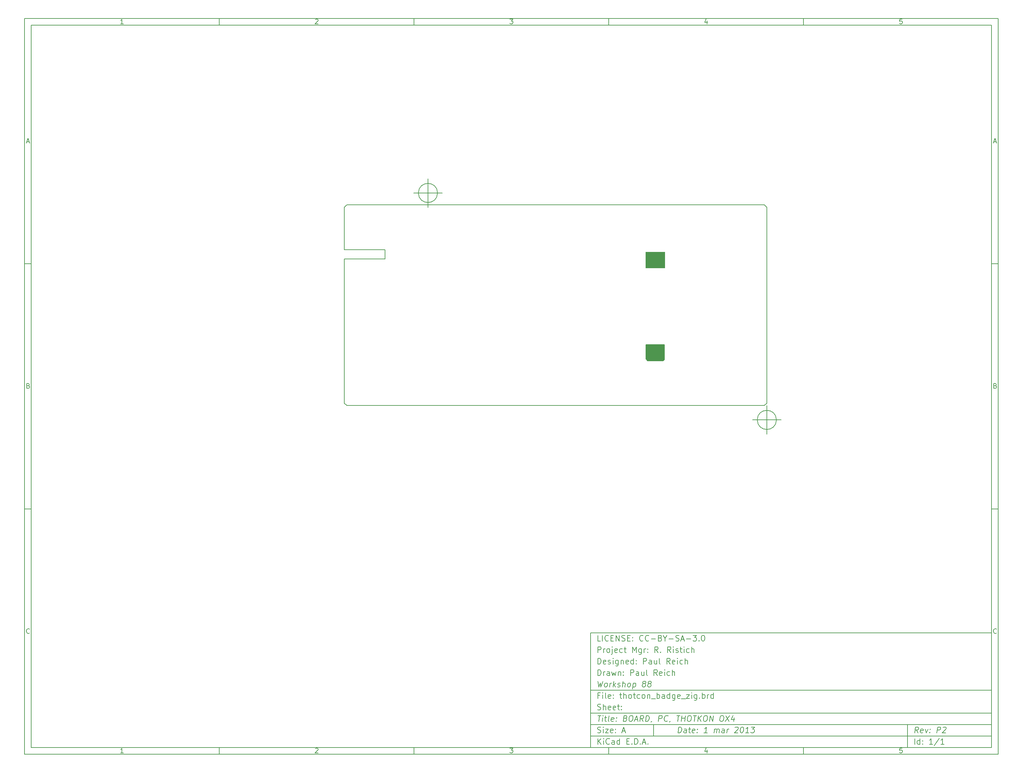
<source format=gbp>
G04 (created by PCBNEW (2012-11-15 BZR 3804)-stable) date Fri 01 Mar 2013 04:47:19 CST*
%MOIN*%
G04 Gerber Fmt 3.4, Leading zero omitted, Abs format*
%FSLAX34Y34*%
G01*
G70*
G90*
G04 APERTURE LIST*
%ADD10C,0.006*%
%ADD11C,0.00590551*%
%ADD12R,0.178X0.088*%
%ADD13C,0.002*%
%ADD14C,0.005*%
G04 APERTURE END LIST*
G54D10*
X-38750Y36250D02*
X63250Y36250D01*
X63250Y-40750D01*
X-38750Y-40750D01*
X-38750Y36250D01*
X-38050Y35550D02*
X62550Y35550D01*
X62550Y-40050D01*
X-38050Y-40050D01*
X-38050Y35550D01*
X-18350Y36250D02*
X-18350Y35550D01*
X-28407Y35697D02*
X-28692Y35697D01*
X-28550Y35697D02*
X-28550Y36197D01*
X-28597Y36126D01*
X-28645Y36078D01*
X-28692Y36054D01*
X-18350Y-40750D02*
X-18350Y-40050D01*
X-28407Y-40602D02*
X-28692Y-40602D01*
X-28550Y-40602D02*
X-28550Y-40102D01*
X-28597Y-40173D01*
X-28645Y-40221D01*
X-28692Y-40245D01*
X2050Y36250D02*
X2050Y35550D01*
X-8292Y36150D02*
X-8269Y36173D01*
X-8221Y36197D01*
X-8102Y36197D01*
X-8054Y36173D01*
X-8030Y36150D01*
X-8007Y36102D01*
X-8007Y36054D01*
X-8030Y35983D01*
X-8316Y35697D01*
X-8007Y35697D01*
X2050Y-40750D02*
X2050Y-40050D01*
X-8292Y-40150D02*
X-8269Y-40126D01*
X-8221Y-40102D01*
X-8102Y-40102D01*
X-8054Y-40126D01*
X-8030Y-40150D01*
X-8007Y-40197D01*
X-8007Y-40245D01*
X-8030Y-40316D01*
X-8316Y-40602D01*
X-8007Y-40602D01*
X22450Y36250D02*
X22450Y35550D01*
X12083Y36197D02*
X12392Y36197D01*
X12226Y36007D01*
X12297Y36007D01*
X12345Y35983D01*
X12369Y35959D01*
X12392Y35911D01*
X12392Y35792D01*
X12369Y35745D01*
X12345Y35721D01*
X12297Y35697D01*
X12154Y35697D01*
X12107Y35721D01*
X12083Y35745D01*
X22450Y-40750D02*
X22450Y-40050D01*
X12083Y-40102D02*
X12392Y-40102D01*
X12226Y-40292D01*
X12297Y-40292D01*
X12345Y-40316D01*
X12369Y-40340D01*
X12392Y-40388D01*
X12392Y-40507D01*
X12369Y-40554D01*
X12345Y-40578D01*
X12297Y-40602D01*
X12154Y-40602D01*
X12107Y-40578D01*
X12083Y-40554D01*
X42850Y36250D02*
X42850Y35550D01*
X32745Y36030D02*
X32745Y35697D01*
X32626Y36221D02*
X32507Y35864D01*
X32816Y35864D01*
X42850Y-40750D02*
X42850Y-40050D01*
X32745Y-40269D02*
X32745Y-40602D01*
X32626Y-40078D02*
X32507Y-40435D01*
X32816Y-40435D01*
X53169Y36197D02*
X52930Y36197D01*
X52907Y35959D01*
X52930Y35983D01*
X52978Y36007D01*
X53097Y36007D01*
X53145Y35983D01*
X53169Y35959D01*
X53192Y35911D01*
X53192Y35792D01*
X53169Y35745D01*
X53145Y35721D01*
X53097Y35697D01*
X52978Y35697D01*
X52930Y35721D01*
X52907Y35745D01*
X53169Y-40102D02*
X52930Y-40102D01*
X52907Y-40340D01*
X52930Y-40316D01*
X52978Y-40292D01*
X53097Y-40292D01*
X53145Y-40316D01*
X53169Y-40340D01*
X53192Y-40388D01*
X53192Y-40507D01*
X53169Y-40554D01*
X53145Y-40578D01*
X53097Y-40602D01*
X52978Y-40602D01*
X52930Y-40578D01*
X52907Y-40554D01*
X-38750Y10590D02*
X-38050Y10590D01*
X-38519Y23360D02*
X-38280Y23360D01*
X-38566Y23217D02*
X-38399Y23717D01*
X-38233Y23217D01*
X63250Y10590D02*
X62550Y10590D01*
X62780Y23360D02*
X63019Y23360D01*
X62733Y23217D02*
X62900Y23717D01*
X63066Y23217D01*
X-38750Y-15070D02*
X-38050Y-15070D01*
X-38364Y-2180D02*
X-38292Y-2204D01*
X-38269Y-2228D01*
X-38245Y-2275D01*
X-38245Y-2347D01*
X-38269Y-2394D01*
X-38292Y-2418D01*
X-38340Y-2442D01*
X-38530Y-2442D01*
X-38530Y-1942D01*
X-38364Y-1942D01*
X-38316Y-1966D01*
X-38292Y-1990D01*
X-38269Y-2037D01*
X-38269Y-2085D01*
X-38292Y-2132D01*
X-38316Y-2156D01*
X-38364Y-2180D01*
X-38530Y-2180D01*
X63250Y-15070D02*
X62550Y-15070D01*
X62935Y-2180D02*
X63007Y-2204D01*
X63030Y-2228D01*
X63054Y-2275D01*
X63054Y-2347D01*
X63030Y-2394D01*
X63007Y-2418D01*
X62959Y-2442D01*
X62769Y-2442D01*
X62769Y-1942D01*
X62935Y-1942D01*
X62983Y-1966D01*
X63007Y-1990D01*
X63030Y-2037D01*
X63030Y-2085D01*
X63007Y-2132D01*
X62983Y-2156D01*
X62935Y-2180D01*
X62769Y-2180D01*
X-38245Y-28054D02*
X-38269Y-28078D01*
X-38340Y-28102D01*
X-38388Y-28102D01*
X-38459Y-28078D01*
X-38507Y-28030D01*
X-38530Y-27983D01*
X-38554Y-27888D01*
X-38554Y-27816D01*
X-38530Y-27721D01*
X-38507Y-27673D01*
X-38459Y-27626D01*
X-38388Y-27602D01*
X-38340Y-27602D01*
X-38269Y-27626D01*
X-38245Y-27650D01*
X63054Y-28054D02*
X63030Y-28078D01*
X62959Y-28102D01*
X62911Y-28102D01*
X62840Y-28078D01*
X62792Y-28030D01*
X62769Y-27983D01*
X62745Y-27888D01*
X62745Y-27816D01*
X62769Y-27721D01*
X62792Y-27673D01*
X62840Y-27626D01*
X62911Y-27602D01*
X62959Y-27602D01*
X63030Y-27626D01*
X63054Y-27650D01*
X29700Y-38492D02*
X29775Y-37892D01*
X29917Y-37892D01*
X30000Y-37921D01*
X30050Y-37978D01*
X30071Y-38035D01*
X30085Y-38150D01*
X30075Y-38235D01*
X30032Y-38350D01*
X29996Y-38407D01*
X29932Y-38464D01*
X29842Y-38492D01*
X29700Y-38492D01*
X30557Y-38492D02*
X30596Y-38178D01*
X30575Y-38121D01*
X30521Y-38092D01*
X30407Y-38092D01*
X30346Y-38121D01*
X30560Y-38464D02*
X30500Y-38492D01*
X30357Y-38492D01*
X30303Y-38464D01*
X30282Y-38407D01*
X30289Y-38350D01*
X30325Y-38292D01*
X30385Y-38264D01*
X30528Y-38264D01*
X30589Y-38235D01*
X30807Y-38092D02*
X31035Y-38092D01*
X30917Y-37892D02*
X30853Y-38407D01*
X30875Y-38464D01*
X30928Y-38492D01*
X30985Y-38492D01*
X31417Y-38464D02*
X31357Y-38492D01*
X31242Y-38492D01*
X31189Y-38464D01*
X31167Y-38407D01*
X31196Y-38178D01*
X31232Y-38121D01*
X31292Y-38092D01*
X31407Y-38092D01*
X31460Y-38121D01*
X31482Y-38178D01*
X31475Y-38235D01*
X31182Y-38292D01*
X31707Y-38435D02*
X31732Y-38464D01*
X31700Y-38492D01*
X31675Y-38464D01*
X31707Y-38435D01*
X31700Y-38492D01*
X31746Y-38121D02*
X31771Y-38150D01*
X31739Y-38178D01*
X31714Y-38150D01*
X31746Y-38121D01*
X31739Y-38178D01*
X32757Y-38492D02*
X32414Y-38492D01*
X32585Y-38492D02*
X32660Y-37892D01*
X32592Y-37978D01*
X32528Y-38035D01*
X32467Y-38064D01*
X33471Y-38492D02*
X33521Y-38092D01*
X33514Y-38150D02*
X33546Y-38121D01*
X33607Y-38092D01*
X33692Y-38092D01*
X33746Y-38121D01*
X33767Y-38178D01*
X33728Y-38492D01*
X33767Y-38178D02*
X33803Y-38121D01*
X33864Y-38092D01*
X33950Y-38092D01*
X34003Y-38121D01*
X34025Y-38178D01*
X33985Y-38492D01*
X34528Y-38492D02*
X34567Y-38178D01*
X34546Y-38121D01*
X34492Y-38092D01*
X34378Y-38092D01*
X34317Y-38121D01*
X34532Y-38464D02*
X34471Y-38492D01*
X34328Y-38492D01*
X34275Y-38464D01*
X34253Y-38407D01*
X34260Y-38350D01*
X34296Y-38292D01*
X34357Y-38264D01*
X34500Y-38264D01*
X34560Y-38235D01*
X34814Y-38492D02*
X34864Y-38092D01*
X34850Y-38207D02*
X34885Y-38150D01*
X34917Y-38121D01*
X34978Y-38092D01*
X35035Y-38092D01*
X35682Y-37950D02*
X35714Y-37921D01*
X35775Y-37892D01*
X35917Y-37892D01*
X35971Y-37921D01*
X35996Y-37950D01*
X36017Y-38007D01*
X36010Y-38064D01*
X35971Y-38150D01*
X35585Y-38492D01*
X35957Y-38492D01*
X36403Y-37892D02*
X36460Y-37892D01*
X36514Y-37921D01*
X36539Y-37950D01*
X36560Y-38007D01*
X36575Y-38121D01*
X36557Y-38264D01*
X36514Y-38378D01*
X36478Y-38435D01*
X36446Y-38464D01*
X36385Y-38492D01*
X36328Y-38492D01*
X36275Y-38464D01*
X36250Y-38435D01*
X36228Y-38378D01*
X36214Y-38264D01*
X36232Y-38121D01*
X36275Y-38007D01*
X36310Y-37950D01*
X36342Y-37921D01*
X36403Y-37892D01*
X37100Y-38492D02*
X36757Y-38492D01*
X36928Y-38492D02*
X37003Y-37892D01*
X36935Y-37978D01*
X36871Y-38035D01*
X36810Y-38064D01*
X37375Y-37892D02*
X37746Y-37892D01*
X37517Y-38121D01*
X37603Y-38121D01*
X37657Y-38150D01*
X37682Y-38178D01*
X37703Y-38235D01*
X37685Y-38378D01*
X37650Y-38435D01*
X37617Y-38464D01*
X37557Y-38492D01*
X37385Y-38492D01*
X37332Y-38464D01*
X37307Y-38435D01*
X21292Y-39692D02*
X21292Y-39092D01*
X21635Y-39692D02*
X21378Y-39350D01*
X21635Y-39092D02*
X21292Y-39435D01*
X21892Y-39692D02*
X21892Y-39292D01*
X21892Y-39092D02*
X21864Y-39121D01*
X21892Y-39150D01*
X21921Y-39121D01*
X21892Y-39092D01*
X21892Y-39150D01*
X22521Y-39635D02*
X22492Y-39664D01*
X22407Y-39692D01*
X22350Y-39692D01*
X22264Y-39664D01*
X22207Y-39607D01*
X22178Y-39550D01*
X22150Y-39435D01*
X22150Y-39350D01*
X22178Y-39235D01*
X22207Y-39178D01*
X22264Y-39121D01*
X22350Y-39092D01*
X22407Y-39092D01*
X22492Y-39121D01*
X22521Y-39150D01*
X23035Y-39692D02*
X23035Y-39378D01*
X23007Y-39321D01*
X22950Y-39292D01*
X22835Y-39292D01*
X22778Y-39321D01*
X23035Y-39664D02*
X22978Y-39692D01*
X22835Y-39692D01*
X22778Y-39664D01*
X22750Y-39607D01*
X22750Y-39550D01*
X22778Y-39492D01*
X22835Y-39464D01*
X22978Y-39464D01*
X23035Y-39435D01*
X23578Y-39692D02*
X23578Y-39092D01*
X23578Y-39664D02*
X23521Y-39692D01*
X23407Y-39692D01*
X23350Y-39664D01*
X23321Y-39635D01*
X23292Y-39578D01*
X23292Y-39407D01*
X23321Y-39350D01*
X23350Y-39321D01*
X23407Y-39292D01*
X23521Y-39292D01*
X23578Y-39321D01*
X24321Y-39378D02*
X24521Y-39378D01*
X24607Y-39692D02*
X24321Y-39692D01*
X24321Y-39092D01*
X24607Y-39092D01*
X24864Y-39635D02*
X24892Y-39664D01*
X24864Y-39692D01*
X24835Y-39664D01*
X24864Y-39635D01*
X24864Y-39692D01*
X25149Y-39692D02*
X25149Y-39092D01*
X25292Y-39092D01*
X25378Y-39121D01*
X25435Y-39178D01*
X25464Y-39235D01*
X25492Y-39350D01*
X25492Y-39435D01*
X25464Y-39550D01*
X25435Y-39607D01*
X25378Y-39664D01*
X25292Y-39692D01*
X25149Y-39692D01*
X25749Y-39635D02*
X25778Y-39664D01*
X25749Y-39692D01*
X25721Y-39664D01*
X25749Y-39635D01*
X25749Y-39692D01*
X26007Y-39521D02*
X26292Y-39521D01*
X25949Y-39692D02*
X26149Y-39092D01*
X26349Y-39692D01*
X26549Y-39635D02*
X26578Y-39664D01*
X26549Y-39692D01*
X26521Y-39664D01*
X26549Y-39635D01*
X26549Y-39692D01*
X54842Y-38492D02*
X54678Y-38207D01*
X54500Y-38492D02*
X54575Y-37892D01*
X54803Y-37892D01*
X54857Y-37921D01*
X54882Y-37950D01*
X54903Y-38007D01*
X54892Y-38092D01*
X54857Y-38150D01*
X54825Y-38178D01*
X54764Y-38207D01*
X54535Y-38207D01*
X55332Y-38464D02*
X55271Y-38492D01*
X55157Y-38492D01*
X55103Y-38464D01*
X55082Y-38407D01*
X55110Y-38178D01*
X55146Y-38121D01*
X55207Y-38092D01*
X55321Y-38092D01*
X55375Y-38121D01*
X55396Y-38178D01*
X55389Y-38235D01*
X55096Y-38292D01*
X55607Y-38092D02*
X55700Y-38492D01*
X55892Y-38092D01*
X56078Y-38435D02*
X56103Y-38464D01*
X56071Y-38492D01*
X56046Y-38464D01*
X56078Y-38435D01*
X56071Y-38492D01*
X56117Y-38121D02*
X56142Y-38150D01*
X56110Y-38178D01*
X56085Y-38150D01*
X56117Y-38121D01*
X56110Y-38178D01*
X56814Y-38492D02*
X56889Y-37892D01*
X57117Y-37892D01*
X57171Y-37921D01*
X57196Y-37950D01*
X57217Y-38007D01*
X57207Y-38092D01*
X57171Y-38150D01*
X57139Y-38178D01*
X57078Y-38207D01*
X56850Y-38207D01*
X57453Y-37950D02*
X57485Y-37921D01*
X57546Y-37892D01*
X57689Y-37892D01*
X57742Y-37921D01*
X57767Y-37950D01*
X57789Y-38007D01*
X57782Y-38064D01*
X57742Y-38150D01*
X57357Y-38492D01*
X57728Y-38492D01*
X21264Y-38464D02*
X21350Y-38492D01*
X21492Y-38492D01*
X21550Y-38464D01*
X21578Y-38435D01*
X21607Y-38378D01*
X21607Y-38321D01*
X21578Y-38264D01*
X21550Y-38235D01*
X21492Y-38207D01*
X21378Y-38178D01*
X21321Y-38150D01*
X21292Y-38121D01*
X21264Y-38064D01*
X21264Y-38007D01*
X21292Y-37950D01*
X21321Y-37921D01*
X21378Y-37892D01*
X21521Y-37892D01*
X21607Y-37921D01*
X21864Y-38492D02*
X21864Y-38092D01*
X21864Y-37892D02*
X21835Y-37921D01*
X21864Y-37950D01*
X21892Y-37921D01*
X21864Y-37892D01*
X21864Y-37950D01*
X22092Y-38092D02*
X22407Y-38092D01*
X22092Y-38492D01*
X22407Y-38492D01*
X22864Y-38464D02*
X22807Y-38492D01*
X22692Y-38492D01*
X22635Y-38464D01*
X22607Y-38407D01*
X22607Y-38178D01*
X22635Y-38121D01*
X22692Y-38092D01*
X22807Y-38092D01*
X22864Y-38121D01*
X22892Y-38178D01*
X22892Y-38235D01*
X22607Y-38292D01*
X23150Y-38435D02*
X23178Y-38464D01*
X23150Y-38492D01*
X23121Y-38464D01*
X23150Y-38435D01*
X23150Y-38492D01*
X23150Y-38121D02*
X23178Y-38150D01*
X23150Y-38178D01*
X23121Y-38150D01*
X23150Y-38121D01*
X23150Y-38178D01*
X23864Y-38321D02*
X24150Y-38321D01*
X23807Y-38492D02*
X24007Y-37892D01*
X24207Y-38492D01*
X54492Y-39692D02*
X54492Y-39092D01*
X55035Y-39692D02*
X55035Y-39092D01*
X55035Y-39664D02*
X54978Y-39692D01*
X54864Y-39692D01*
X54807Y-39664D01*
X54778Y-39635D01*
X54750Y-39578D01*
X54750Y-39407D01*
X54778Y-39350D01*
X54807Y-39321D01*
X54864Y-39292D01*
X54978Y-39292D01*
X55035Y-39321D01*
X55321Y-39635D02*
X55350Y-39664D01*
X55321Y-39692D01*
X55292Y-39664D01*
X55321Y-39635D01*
X55321Y-39692D01*
X55321Y-39321D02*
X55350Y-39350D01*
X55321Y-39378D01*
X55292Y-39350D01*
X55321Y-39321D01*
X55321Y-39378D01*
X56378Y-39692D02*
X56035Y-39692D01*
X56207Y-39692D02*
X56207Y-39092D01*
X56149Y-39178D01*
X56092Y-39235D01*
X56035Y-39264D01*
X57064Y-39064D02*
X56550Y-39835D01*
X57578Y-39692D02*
X57235Y-39692D01*
X57407Y-39692D02*
X57407Y-39092D01*
X57349Y-39178D01*
X57292Y-39235D01*
X57235Y-39264D01*
X21289Y-36692D02*
X21632Y-36692D01*
X21385Y-37292D02*
X21460Y-36692D01*
X21757Y-37292D02*
X21807Y-36892D01*
X21832Y-36692D02*
X21800Y-36721D01*
X21825Y-36750D01*
X21857Y-36721D01*
X21832Y-36692D01*
X21825Y-36750D01*
X22007Y-36892D02*
X22235Y-36892D01*
X22117Y-36692D02*
X22053Y-37207D01*
X22075Y-37264D01*
X22128Y-37292D01*
X22185Y-37292D01*
X22471Y-37292D02*
X22417Y-37264D01*
X22396Y-37207D01*
X22460Y-36692D01*
X22932Y-37264D02*
X22871Y-37292D01*
X22757Y-37292D01*
X22703Y-37264D01*
X22682Y-37207D01*
X22710Y-36978D01*
X22746Y-36921D01*
X22807Y-36892D01*
X22921Y-36892D01*
X22975Y-36921D01*
X22996Y-36978D01*
X22989Y-37035D01*
X22696Y-37092D01*
X23221Y-37235D02*
X23246Y-37264D01*
X23214Y-37292D01*
X23189Y-37264D01*
X23221Y-37235D01*
X23214Y-37292D01*
X23260Y-36921D02*
X23285Y-36950D01*
X23253Y-36978D01*
X23228Y-36950D01*
X23260Y-36921D01*
X23253Y-36978D01*
X24196Y-36978D02*
X24278Y-37007D01*
X24303Y-37035D01*
X24325Y-37092D01*
X24314Y-37178D01*
X24278Y-37235D01*
X24246Y-37264D01*
X24185Y-37292D01*
X23957Y-37292D01*
X24032Y-36692D01*
X24232Y-36692D01*
X24285Y-36721D01*
X24310Y-36750D01*
X24332Y-36807D01*
X24325Y-36864D01*
X24289Y-36921D01*
X24257Y-36950D01*
X24196Y-36978D01*
X23996Y-36978D01*
X24746Y-36692D02*
X24860Y-36692D01*
X24914Y-36721D01*
X24964Y-36778D01*
X24978Y-36892D01*
X24953Y-37092D01*
X24910Y-37207D01*
X24846Y-37264D01*
X24785Y-37292D01*
X24671Y-37292D01*
X24617Y-37264D01*
X24567Y-37207D01*
X24553Y-37092D01*
X24578Y-36892D01*
X24621Y-36778D01*
X24685Y-36721D01*
X24746Y-36692D01*
X25178Y-37121D02*
X25464Y-37121D01*
X25100Y-37292D02*
X25375Y-36692D01*
X25500Y-37292D01*
X26042Y-37292D02*
X25878Y-37007D01*
X25700Y-37292D02*
X25775Y-36692D01*
X26003Y-36692D01*
X26057Y-36721D01*
X26082Y-36750D01*
X26103Y-36807D01*
X26092Y-36892D01*
X26057Y-36950D01*
X26025Y-36978D01*
X25964Y-37007D01*
X25735Y-37007D01*
X26300Y-37292D02*
X26375Y-36692D01*
X26517Y-36692D01*
X26600Y-36721D01*
X26650Y-36778D01*
X26671Y-36835D01*
X26685Y-36950D01*
X26675Y-37035D01*
X26632Y-37150D01*
X26596Y-37207D01*
X26532Y-37264D01*
X26442Y-37292D01*
X26300Y-37292D01*
X26932Y-37264D02*
X26928Y-37292D01*
X26892Y-37350D01*
X26860Y-37378D01*
X27642Y-37292D02*
X27717Y-36692D01*
X27946Y-36692D01*
X27999Y-36721D01*
X28025Y-36750D01*
X28046Y-36807D01*
X28035Y-36892D01*
X28000Y-36950D01*
X27967Y-36978D01*
X27907Y-37007D01*
X27678Y-37007D01*
X28592Y-37235D02*
X28560Y-37264D01*
X28471Y-37292D01*
X28414Y-37292D01*
X28332Y-37264D01*
X28282Y-37207D01*
X28260Y-37150D01*
X28246Y-37035D01*
X28257Y-36950D01*
X28300Y-36835D01*
X28335Y-36778D01*
X28399Y-36721D01*
X28489Y-36692D01*
X28546Y-36692D01*
X28628Y-36721D01*
X28653Y-36750D01*
X28875Y-37264D02*
X28871Y-37292D01*
X28835Y-37350D01*
X28803Y-37378D01*
X29575Y-36692D02*
X29917Y-36692D01*
X29671Y-37292D02*
X29746Y-36692D01*
X30042Y-37292D02*
X30117Y-36692D01*
X30082Y-36978D02*
X30425Y-36978D01*
X30385Y-37292D02*
X30460Y-36692D01*
X30860Y-36692D02*
X30975Y-36692D01*
X31028Y-36721D01*
X31078Y-36778D01*
X31092Y-36892D01*
X31067Y-37092D01*
X31024Y-37207D01*
X30960Y-37264D01*
X30900Y-37292D01*
X30785Y-37292D01*
X30732Y-37264D01*
X30682Y-37207D01*
X30667Y-37092D01*
X30692Y-36892D01*
X30735Y-36778D01*
X30799Y-36721D01*
X30860Y-36692D01*
X31289Y-36692D02*
X31632Y-36692D01*
X31385Y-37292D02*
X31460Y-36692D01*
X31757Y-37292D02*
X31832Y-36692D01*
X32099Y-37292D02*
X31885Y-36950D01*
X32174Y-36692D02*
X31789Y-37035D01*
X32546Y-36692D02*
X32660Y-36692D01*
X32714Y-36721D01*
X32764Y-36778D01*
X32778Y-36892D01*
X32753Y-37092D01*
X32710Y-37207D01*
X32646Y-37264D01*
X32585Y-37292D01*
X32471Y-37292D01*
X32417Y-37264D01*
X32367Y-37207D01*
X32353Y-37092D01*
X32378Y-36892D01*
X32421Y-36778D01*
X32485Y-36721D01*
X32546Y-36692D01*
X32985Y-37292D02*
X33060Y-36692D01*
X33328Y-37292D01*
X33403Y-36692D01*
X34260Y-36692D02*
X34374Y-36692D01*
X34428Y-36721D01*
X34478Y-36778D01*
X34492Y-36892D01*
X34467Y-37092D01*
X34424Y-37207D01*
X34360Y-37264D01*
X34299Y-37292D01*
X34185Y-37292D01*
X34132Y-37264D01*
X34082Y-37207D01*
X34067Y-37092D01*
X34092Y-36892D01*
X34135Y-36778D01*
X34199Y-36721D01*
X34260Y-36692D01*
X34717Y-36692D02*
X35042Y-37292D01*
X35117Y-36692D02*
X34642Y-37292D01*
X35578Y-36892D02*
X35528Y-37292D01*
X35464Y-36664D02*
X35267Y-37092D01*
X35639Y-37092D01*
X21492Y-34578D02*
X21292Y-34578D01*
X21292Y-34892D02*
X21292Y-34292D01*
X21578Y-34292D01*
X21807Y-34892D02*
X21807Y-34492D01*
X21807Y-34292D02*
X21778Y-34321D01*
X21807Y-34350D01*
X21835Y-34321D01*
X21807Y-34292D01*
X21807Y-34350D01*
X22178Y-34892D02*
X22121Y-34864D01*
X22092Y-34807D01*
X22092Y-34292D01*
X22635Y-34864D02*
X22578Y-34892D01*
X22464Y-34892D01*
X22407Y-34864D01*
X22378Y-34807D01*
X22378Y-34578D01*
X22407Y-34521D01*
X22464Y-34492D01*
X22578Y-34492D01*
X22635Y-34521D01*
X22664Y-34578D01*
X22664Y-34635D01*
X22378Y-34692D01*
X22921Y-34835D02*
X22950Y-34864D01*
X22921Y-34892D01*
X22892Y-34864D01*
X22921Y-34835D01*
X22921Y-34892D01*
X22921Y-34521D02*
X22950Y-34550D01*
X22921Y-34578D01*
X22892Y-34550D01*
X22921Y-34521D01*
X22921Y-34578D01*
X23578Y-34492D02*
X23807Y-34492D01*
X23664Y-34292D02*
X23664Y-34807D01*
X23692Y-34864D01*
X23750Y-34892D01*
X23807Y-34892D01*
X24007Y-34892D02*
X24007Y-34292D01*
X24264Y-34892D02*
X24264Y-34578D01*
X24235Y-34521D01*
X24178Y-34492D01*
X24092Y-34492D01*
X24035Y-34521D01*
X24007Y-34550D01*
X24635Y-34892D02*
X24578Y-34864D01*
X24550Y-34835D01*
X24521Y-34778D01*
X24521Y-34607D01*
X24550Y-34550D01*
X24578Y-34521D01*
X24635Y-34492D01*
X24721Y-34492D01*
X24778Y-34521D01*
X24807Y-34550D01*
X24835Y-34607D01*
X24835Y-34778D01*
X24807Y-34835D01*
X24778Y-34864D01*
X24721Y-34892D01*
X24635Y-34892D01*
X25007Y-34492D02*
X25235Y-34492D01*
X25092Y-34292D02*
X25092Y-34807D01*
X25121Y-34864D01*
X25178Y-34892D01*
X25235Y-34892D01*
X25692Y-34864D02*
X25635Y-34892D01*
X25521Y-34892D01*
X25464Y-34864D01*
X25435Y-34835D01*
X25407Y-34778D01*
X25407Y-34607D01*
X25435Y-34550D01*
X25464Y-34521D01*
X25521Y-34492D01*
X25635Y-34492D01*
X25692Y-34521D01*
X26035Y-34892D02*
X25978Y-34864D01*
X25950Y-34835D01*
X25921Y-34778D01*
X25921Y-34607D01*
X25950Y-34550D01*
X25978Y-34521D01*
X26035Y-34492D01*
X26121Y-34492D01*
X26178Y-34521D01*
X26207Y-34550D01*
X26235Y-34607D01*
X26235Y-34778D01*
X26207Y-34835D01*
X26178Y-34864D01*
X26121Y-34892D01*
X26035Y-34892D01*
X26492Y-34492D02*
X26492Y-34892D01*
X26492Y-34550D02*
X26521Y-34521D01*
X26578Y-34492D01*
X26664Y-34492D01*
X26721Y-34521D01*
X26750Y-34578D01*
X26750Y-34892D01*
X26892Y-34950D02*
X27350Y-34950D01*
X27492Y-34892D02*
X27492Y-34292D01*
X27492Y-34521D02*
X27550Y-34492D01*
X27664Y-34492D01*
X27721Y-34521D01*
X27750Y-34550D01*
X27778Y-34607D01*
X27778Y-34778D01*
X27750Y-34835D01*
X27721Y-34864D01*
X27664Y-34892D01*
X27550Y-34892D01*
X27492Y-34864D01*
X28292Y-34892D02*
X28292Y-34578D01*
X28264Y-34521D01*
X28207Y-34492D01*
X28092Y-34492D01*
X28035Y-34521D01*
X28292Y-34864D02*
X28235Y-34892D01*
X28092Y-34892D01*
X28035Y-34864D01*
X28007Y-34807D01*
X28007Y-34750D01*
X28035Y-34692D01*
X28092Y-34664D01*
X28235Y-34664D01*
X28292Y-34635D01*
X28835Y-34892D02*
X28835Y-34292D01*
X28835Y-34864D02*
X28778Y-34892D01*
X28664Y-34892D01*
X28607Y-34864D01*
X28578Y-34835D01*
X28550Y-34778D01*
X28550Y-34607D01*
X28578Y-34550D01*
X28607Y-34521D01*
X28664Y-34492D01*
X28778Y-34492D01*
X28835Y-34521D01*
X29378Y-34492D02*
X29378Y-34978D01*
X29350Y-35035D01*
X29321Y-35064D01*
X29264Y-35092D01*
X29178Y-35092D01*
X29121Y-35064D01*
X29378Y-34864D02*
X29321Y-34892D01*
X29207Y-34892D01*
X29150Y-34864D01*
X29121Y-34835D01*
X29092Y-34778D01*
X29092Y-34607D01*
X29121Y-34550D01*
X29150Y-34521D01*
X29207Y-34492D01*
X29321Y-34492D01*
X29378Y-34521D01*
X29892Y-34864D02*
X29835Y-34892D01*
X29721Y-34892D01*
X29664Y-34864D01*
X29635Y-34807D01*
X29635Y-34578D01*
X29664Y-34521D01*
X29721Y-34492D01*
X29835Y-34492D01*
X29892Y-34521D01*
X29921Y-34578D01*
X29921Y-34635D01*
X29635Y-34692D01*
X30035Y-34950D02*
X30492Y-34950D01*
X30578Y-34492D02*
X30892Y-34492D01*
X30578Y-34892D01*
X30892Y-34892D01*
X31121Y-34892D02*
X31121Y-34492D01*
X31121Y-34292D02*
X31092Y-34321D01*
X31121Y-34350D01*
X31150Y-34321D01*
X31121Y-34292D01*
X31121Y-34350D01*
X31664Y-34492D02*
X31664Y-34978D01*
X31635Y-35035D01*
X31607Y-35064D01*
X31549Y-35092D01*
X31464Y-35092D01*
X31407Y-35064D01*
X31664Y-34864D02*
X31607Y-34892D01*
X31492Y-34892D01*
X31435Y-34864D01*
X31407Y-34835D01*
X31378Y-34778D01*
X31378Y-34607D01*
X31407Y-34550D01*
X31435Y-34521D01*
X31492Y-34492D01*
X31607Y-34492D01*
X31664Y-34521D01*
X31949Y-34835D02*
X31978Y-34864D01*
X31949Y-34892D01*
X31921Y-34864D01*
X31949Y-34835D01*
X31949Y-34892D01*
X32235Y-34892D02*
X32235Y-34292D01*
X32235Y-34521D02*
X32292Y-34492D01*
X32407Y-34492D01*
X32464Y-34521D01*
X32492Y-34550D01*
X32521Y-34607D01*
X32521Y-34778D01*
X32492Y-34835D01*
X32464Y-34864D01*
X32407Y-34892D01*
X32292Y-34892D01*
X32235Y-34864D01*
X32778Y-34892D02*
X32778Y-34492D01*
X32778Y-34607D02*
X32807Y-34550D01*
X32835Y-34521D01*
X32892Y-34492D01*
X32949Y-34492D01*
X33407Y-34892D02*
X33407Y-34292D01*
X33407Y-34864D02*
X33349Y-34892D01*
X33235Y-34892D01*
X33178Y-34864D01*
X33149Y-34835D01*
X33121Y-34778D01*
X33121Y-34607D01*
X33149Y-34550D01*
X33178Y-34521D01*
X33235Y-34492D01*
X33349Y-34492D01*
X33407Y-34521D01*
X21264Y-36064D02*
X21350Y-36092D01*
X21492Y-36092D01*
X21550Y-36064D01*
X21578Y-36035D01*
X21607Y-35978D01*
X21607Y-35921D01*
X21578Y-35864D01*
X21550Y-35835D01*
X21492Y-35807D01*
X21378Y-35778D01*
X21321Y-35750D01*
X21292Y-35721D01*
X21264Y-35664D01*
X21264Y-35607D01*
X21292Y-35550D01*
X21321Y-35521D01*
X21378Y-35492D01*
X21521Y-35492D01*
X21607Y-35521D01*
X21864Y-36092D02*
X21864Y-35492D01*
X22121Y-36092D02*
X22121Y-35778D01*
X22092Y-35721D01*
X22035Y-35692D01*
X21950Y-35692D01*
X21892Y-35721D01*
X21864Y-35750D01*
X22635Y-36064D02*
X22578Y-36092D01*
X22464Y-36092D01*
X22407Y-36064D01*
X22378Y-36007D01*
X22378Y-35778D01*
X22407Y-35721D01*
X22464Y-35692D01*
X22578Y-35692D01*
X22635Y-35721D01*
X22664Y-35778D01*
X22664Y-35835D01*
X22378Y-35892D01*
X23150Y-36064D02*
X23092Y-36092D01*
X22978Y-36092D01*
X22921Y-36064D01*
X22892Y-36007D01*
X22892Y-35778D01*
X22921Y-35721D01*
X22978Y-35692D01*
X23092Y-35692D01*
X23150Y-35721D01*
X23178Y-35778D01*
X23178Y-35835D01*
X22892Y-35892D01*
X23350Y-35692D02*
X23578Y-35692D01*
X23435Y-35492D02*
X23435Y-36007D01*
X23464Y-36064D01*
X23521Y-36092D01*
X23578Y-36092D01*
X23778Y-36035D02*
X23807Y-36064D01*
X23778Y-36092D01*
X23750Y-36064D01*
X23778Y-36035D01*
X23778Y-36092D01*
X23778Y-35721D02*
X23807Y-35750D01*
X23778Y-35778D01*
X23750Y-35750D01*
X23778Y-35721D01*
X23778Y-35778D01*
X21317Y-33092D02*
X21385Y-33692D01*
X21553Y-33264D01*
X21614Y-33692D01*
X21832Y-33092D01*
X22071Y-33692D02*
X22017Y-33664D01*
X21992Y-33635D01*
X21971Y-33578D01*
X21992Y-33407D01*
X22028Y-33350D01*
X22060Y-33321D01*
X22121Y-33292D01*
X22207Y-33292D01*
X22260Y-33321D01*
X22285Y-33350D01*
X22307Y-33407D01*
X22285Y-33578D01*
X22250Y-33635D01*
X22217Y-33664D01*
X22157Y-33692D01*
X22071Y-33692D01*
X22528Y-33692D02*
X22578Y-33292D01*
X22564Y-33407D02*
X22600Y-33350D01*
X22632Y-33321D01*
X22692Y-33292D01*
X22750Y-33292D01*
X22900Y-33692D02*
X22975Y-33092D01*
X22985Y-33464D02*
X23128Y-33692D01*
X23178Y-33292D02*
X22921Y-33521D01*
X23360Y-33664D02*
X23414Y-33692D01*
X23528Y-33692D01*
X23589Y-33664D01*
X23625Y-33607D01*
X23628Y-33578D01*
X23607Y-33521D01*
X23553Y-33492D01*
X23467Y-33492D01*
X23414Y-33464D01*
X23392Y-33407D01*
X23396Y-33378D01*
X23432Y-33321D01*
X23492Y-33292D01*
X23578Y-33292D01*
X23632Y-33321D01*
X23871Y-33692D02*
X23946Y-33092D01*
X24128Y-33692D02*
X24167Y-33378D01*
X24146Y-33321D01*
X24092Y-33292D01*
X24007Y-33292D01*
X23946Y-33321D01*
X23914Y-33350D01*
X24499Y-33692D02*
X24446Y-33664D01*
X24421Y-33635D01*
X24400Y-33578D01*
X24421Y-33407D01*
X24457Y-33350D01*
X24489Y-33321D01*
X24549Y-33292D01*
X24635Y-33292D01*
X24689Y-33321D01*
X24714Y-33350D01*
X24735Y-33407D01*
X24714Y-33578D01*
X24678Y-33635D01*
X24646Y-33664D01*
X24585Y-33692D01*
X24499Y-33692D01*
X25007Y-33292D02*
X24932Y-33892D01*
X25003Y-33321D02*
X25064Y-33292D01*
X25178Y-33292D01*
X25232Y-33321D01*
X25257Y-33350D01*
X25278Y-33407D01*
X25257Y-33578D01*
X25221Y-33635D01*
X25189Y-33664D01*
X25128Y-33692D01*
X25014Y-33692D01*
X24960Y-33664D01*
X26085Y-33350D02*
X26032Y-33321D01*
X26007Y-33292D01*
X25985Y-33235D01*
X25989Y-33207D01*
X26024Y-33150D01*
X26057Y-33121D01*
X26117Y-33092D01*
X26232Y-33092D01*
X26285Y-33121D01*
X26310Y-33150D01*
X26332Y-33207D01*
X26328Y-33235D01*
X26292Y-33292D01*
X26260Y-33321D01*
X26199Y-33350D01*
X26085Y-33350D01*
X26025Y-33378D01*
X25992Y-33407D01*
X25957Y-33464D01*
X25942Y-33578D01*
X25964Y-33635D01*
X25989Y-33664D01*
X26042Y-33692D01*
X26157Y-33692D01*
X26217Y-33664D01*
X26249Y-33635D01*
X26285Y-33578D01*
X26299Y-33464D01*
X26278Y-33407D01*
X26253Y-33378D01*
X26199Y-33350D01*
X26657Y-33350D02*
X26603Y-33321D01*
X26578Y-33292D01*
X26557Y-33235D01*
X26560Y-33207D01*
X26596Y-33150D01*
X26628Y-33121D01*
X26689Y-33092D01*
X26803Y-33092D01*
X26857Y-33121D01*
X26882Y-33150D01*
X26903Y-33207D01*
X26900Y-33235D01*
X26864Y-33292D01*
X26832Y-33321D01*
X26771Y-33350D01*
X26657Y-33350D01*
X26596Y-33378D01*
X26564Y-33407D01*
X26528Y-33464D01*
X26514Y-33578D01*
X26535Y-33635D01*
X26560Y-33664D01*
X26614Y-33692D01*
X26728Y-33692D01*
X26789Y-33664D01*
X26821Y-33635D01*
X26857Y-33578D01*
X26871Y-33464D01*
X26849Y-33407D01*
X26825Y-33378D01*
X26771Y-33350D01*
X21292Y-32492D02*
X21292Y-31892D01*
X21435Y-31892D01*
X21521Y-31921D01*
X21578Y-31978D01*
X21607Y-32035D01*
X21635Y-32150D01*
X21635Y-32235D01*
X21607Y-32350D01*
X21578Y-32407D01*
X21521Y-32464D01*
X21435Y-32492D01*
X21292Y-32492D01*
X21892Y-32492D02*
X21892Y-32092D01*
X21892Y-32207D02*
X21921Y-32150D01*
X21950Y-32121D01*
X22007Y-32092D01*
X22064Y-32092D01*
X22521Y-32492D02*
X22521Y-32178D01*
X22492Y-32121D01*
X22435Y-32092D01*
X22321Y-32092D01*
X22264Y-32121D01*
X22521Y-32464D02*
X22464Y-32492D01*
X22321Y-32492D01*
X22264Y-32464D01*
X22235Y-32407D01*
X22235Y-32350D01*
X22264Y-32292D01*
X22321Y-32264D01*
X22464Y-32264D01*
X22521Y-32235D01*
X22750Y-32092D02*
X22864Y-32492D01*
X22978Y-32207D01*
X23092Y-32492D01*
X23207Y-32092D01*
X23435Y-32092D02*
X23435Y-32492D01*
X23435Y-32150D02*
X23464Y-32121D01*
X23521Y-32092D01*
X23607Y-32092D01*
X23664Y-32121D01*
X23692Y-32178D01*
X23692Y-32492D01*
X23978Y-32435D02*
X24007Y-32464D01*
X23978Y-32492D01*
X23950Y-32464D01*
X23978Y-32435D01*
X23978Y-32492D01*
X23978Y-32121D02*
X24007Y-32150D01*
X23978Y-32178D01*
X23950Y-32150D01*
X23978Y-32121D01*
X23978Y-32178D01*
X24721Y-32492D02*
X24721Y-31892D01*
X24950Y-31892D01*
X25007Y-31921D01*
X25035Y-31950D01*
X25064Y-32007D01*
X25064Y-32092D01*
X25035Y-32150D01*
X25007Y-32178D01*
X24950Y-32207D01*
X24721Y-32207D01*
X25578Y-32492D02*
X25578Y-32178D01*
X25550Y-32121D01*
X25492Y-32092D01*
X25378Y-32092D01*
X25321Y-32121D01*
X25578Y-32464D02*
X25521Y-32492D01*
X25378Y-32492D01*
X25321Y-32464D01*
X25292Y-32407D01*
X25292Y-32350D01*
X25321Y-32292D01*
X25378Y-32264D01*
X25521Y-32264D01*
X25578Y-32235D01*
X26121Y-32092D02*
X26121Y-32492D01*
X25864Y-32092D02*
X25864Y-32407D01*
X25892Y-32464D01*
X25949Y-32492D01*
X26035Y-32492D01*
X26092Y-32464D01*
X26121Y-32435D01*
X26492Y-32492D02*
X26435Y-32464D01*
X26407Y-32407D01*
X26407Y-31892D01*
X27521Y-32492D02*
X27321Y-32207D01*
X27178Y-32492D02*
X27178Y-31892D01*
X27407Y-31892D01*
X27464Y-31921D01*
X27492Y-31950D01*
X27521Y-32007D01*
X27521Y-32092D01*
X27492Y-32150D01*
X27464Y-32178D01*
X27407Y-32207D01*
X27178Y-32207D01*
X28007Y-32464D02*
X27950Y-32492D01*
X27835Y-32492D01*
X27778Y-32464D01*
X27750Y-32407D01*
X27750Y-32178D01*
X27778Y-32121D01*
X27835Y-32092D01*
X27950Y-32092D01*
X28007Y-32121D01*
X28035Y-32178D01*
X28035Y-32235D01*
X27750Y-32292D01*
X28292Y-32492D02*
X28292Y-32092D01*
X28292Y-31892D02*
X28264Y-31921D01*
X28292Y-31950D01*
X28321Y-31921D01*
X28292Y-31892D01*
X28292Y-31950D01*
X28835Y-32464D02*
X28778Y-32492D01*
X28664Y-32492D01*
X28607Y-32464D01*
X28578Y-32435D01*
X28550Y-32378D01*
X28550Y-32207D01*
X28578Y-32150D01*
X28607Y-32121D01*
X28664Y-32092D01*
X28778Y-32092D01*
X28835Y-32121D01*
X29092Y-32492D02*
X29092Y-31892D01*
X29350Y-32492D02*
X29350Y-32178D01*
X29321Y-32121D01*
X29264Y-32092D01*
X29178Y-32092D01*
X29121Y-32121D01*
X29092Y-32150D01*
X21292Y-31292D02*
X21292Y-30692D01*
X21435Y-30692D01*
X21521Y-30721D01*
X21578Y-30778D01*
X21607Y-30835D01*
X21635Y-30950D01*
X21635Y-31035D01*
X21607Y-31150D01*
X21578Y-31207D01*
X21521Y-31264D01*
X21435Y-31292D01*
X21292Y-31292D01*
X22121Y-31264D02*
X22064Y-31292D01*
X21950Y-31292D01*
X21892Y-31264D01*
X21864Y-31207D01*
X21864Y-30978D01*
X21892Y-30921D01*
X21950Y-30892D01*
X22064Y-30892D01*
X22121Y-30921D01*
X22150Y-30978D01*
X22150Y-31035D01*
X21864Y-31092D01*
X22378Y-31264D02*
X22435Y-31292D01*
X22550Y-31292D01*
X22607Y-31264D01*
X22635Y-31207D01*
X22635Y-31178D01*
X22607Y-31121D01*
X22550Y-31092D01*
X22464Y-31092D01*
X22407Y-31064D01*
X22378Y-31007D01*
X22378Y-30978D01*
X22407Y-30921D01*
X22464Y-30892D01*
X22550Y-30892D01*
X22607Y-30921D01*
X22892Y-31292D02*
X22892Y-30892D01*
X22892Y-30692D02*
X22864Y-30721D01*
X22892Y-30750D01*
X22921Y-30721D01*
X22892Y-30692D01*
X22892Y-30750D01*
X23435Y-30892D02*
X23435Y-31378D01*
X23407Y-31435D01*
X23378Y-31464D01*
X23321Y-31492D01*
X23235Y-31492D01*
X23178Y-31464D01*
X23435Y-31264D02*
X23378Y-31292D01*
X23264Y-31292D01*
X23207Y-31264D01*
X23178Y-31235D01*
X23150Y-31178D01*
X23150Y-31007D01*
X23178Y-30950D01*
X23207Y-30921D01*
X23264Y-30892D01*
X23378Y-30892D01*
X23435Y-30921D01*
X23721Y-30892D02*
X23721Y-31292D01*
X23721Y-30950D02*
X23750Y-30921D01*
X23807Y-30892D01*
X23892Y-30892D01*
X23950Y-30921D01*
X23978Y-30978D01*
X23978Y-31292D01*
X24492Y-31264D02*
X24435Y-31292D01*
X24321Y-31292D01*
X24264Y-31264D01*
X24235Y-31207D01*
X24235Y-30978D01*
X24264Y-30921D01*
X24321Y-30892D01*
X24435Y-30892D01*
X24492Y-30921D01*
X24521Y-30978D01*
X24521Y-31035D01*
X24235Y-31092D01*
X25035Y-31292D02*
X25035Y-30692D01*
X25035Y-31264D02*
X24978Y-31292D01*
X24864Y-31292D01*
X24807Y-31264D01*
X24778Y-31235D01*
X24750Y-31178D01*
X24750Y-31007D01*
X24778Y-30950D01*
X24807Y-30921D01*
X24864Y-30892D01*
X24978Y-30892D01*
X25035Y-30921D01*
X25321Y-31235D02*
X25350Y-31264D01*
X25321Y-31292D01*
X25292Y-31264D01*
X25321Y-31235D01*
X25321Y-31292D01*
X25321Y-30921D02*
X25350Y-30950D01*
X25321Y-30978D01*
X25292Y-30950D01*
X25321Y-30921D01*
X25321Y-30978D01*
X26064Y-31292D02*
X26064Y-30692D01*
X26292Y-30692D01*
X26349Y-30721D01*
X26378Y-30750D01*
X26407Y-30807D01*
X26407Y-30892D01*
X26378Y-30950D01*
X26349Y-30978D01*
X26292Y-31007D01*
X26064Y-31007D01*
X26921Y-31292D02*
X26921Y-30978D01*
X26892Y-30921D01*
X26835Y-30892D01*
X26721Y-30892D01*
X26664Y-30921D01*
X26921Y-31264D02*
X26864Y-31292D01*
X26721Y-31292D01*
X26664Y-31264D01*
X26635Y-31207D01*
X26635Y-31150D01*
X26664Y-31092D01*
X26721Y-31064D01*
X26864Y-31064D01*
X26921Y-31035D01*
X27464Y-30892D02*
X27464Y-31292D01*
X27207Y-30892D02*
X27207Y-31207D01*
X27235Y-31264D01*
X27292Y-31292D01*
X27378Y-31292D01*
X27435Y-31264D01*
X27464Y-31235D01*
X27835Y-31292D02*
X27778Y-31264D01*
X27749Y-31207D01*
X27749Y-30692D01*
X28864Y-31292D02*
X28664Y-31007D01*
X28521Y-31292D02*
X28521Y-30692D01*
X28750Y-30692D01*
X28807Y-30721D01*
X28835Y-30750D01*
X28864Y-30807D01*
X28864Y-30892D01*
X28835Y-30950D01*
X28807Y-30978D01*
X28750Y-31007D01*
X28521Y-31007D01*
X29350Y-31264D02*
X29292Y-31292D01*
X29178Y-31292D01*
X29121Y-31264D01*
X29092Y-31207D01*
X29092Y-30978D01*
X29121Y-30921D01*
X29178Y-30892D01*
X29292Y-30892D01*
X29350Y-30921D01*
X29378Y-30978D01*
X29378Y-31035D01*
X29092Y-31092D01*
X29635Y-31292D02*
X29635Y-30892D01*
X29635Y-30692D02*
X29607Y-30721D01*
X29635Y-30750D01*
X29664Y-30721D01*
X29635Y-30692D01*
X29635Y-30750D01*
X30178Y-31264D02*
X30121Y-31292D01*
X30007Y-31292D01*
X29950Y-31264D01*
X29921Y-31235D01*
X29892Y-31178D01*
X29892Y-31007D01*
X29921Y-30950D01*
X29950Y-30921D01*
X30007Y-30892D01*
X30121Y-30892D01*
X30178Y-30921D01*
X30435Y-31292D02*
X30435Y-30692D01*
X30692Y-31292D02*
X30692Y-30978D01*
X30664Y-30921D01*
X30607Y-30892D01*
X30521Y-30892D01*
X30464Y-30921D01*
X30435Y-30950D01*
X21292Y-30092D02*
X21292Y-29492D01*
X21521Y-29492D01*
X21578Y-29521D01*
X21607Y-29550D01*
X21635Y-29607D01*
X21635Y-29692D01*
X21607Y-29750D01*
X21578Y-29778D01*
X21521Y-29807D01*
X21292Y-29807D01*
X21892Y-30092D02*
X21892Y-29692D01*
X21892Y-29807D02*
X21921Y-29750D01*
X21950Y-29721D01*
X22007Y-29692D01*
X22064Y-29692D01*
X22350Y-30092D02*
X22292Y-30064D01*
X22264Y-30035D01*
X22235Y-29978D01*
X22235Y-29807D01*
X22264Y-29750D01*
X22292Y-29721D01*
X22350Y-29692D01*
X22435Y-29692D01*
X22492Y-29721D01*
X22521Y-29750D01*
X22550Y-29807D01*
X22550Y-29978D01*
X22521Y-30035D01*
X22492Y-30064D01*
X22435Y-30092D01*
X22350Y-30092D01*
X22807Y-29692D02*
X22807Y-30207D01*
X22778Y-30264D01*
X22721Y-30292D01*
X22692Y-30292D01*
X22807Y-29492D02*
X22778Y-29521D01*
X22807Y-29550D01*
X22835Y-29521D01*
X22807Y-29492D01*
X22807Y-29550D01*
X23321Y-30064D02*
X23264Y-30092D01*
X23150Y-30092D01*
X23092Y-30064D01*
X23064Y-30007D01*
X23064Y-29778D01*
X23092Y-29721D01*
X23150Y-29692D01*
X23264Y-29692D01*
X23321Y-29721D01*
X23350Y-29778D01*
X23350Y-29835D01*
X23064Y-29892D01*
X23864Y-30064D02*
X23807Y-30092D01*
X23692Y-30092D01*
X23635Y-30064D01*
X23607Y-30035D01*
X23578Y-29978D01*
X23578Y-29807D01*
X23607Y-29750D01*
X23635Y-29721D01*
X23692Y-29692D01*
X23807Y-29692D01*
X23864Y-29721D01*
X24035Y-29692D02*
X24264Y-29692D01*
X24121Y-29492D02*
X24121Y-30007D01*
X24150Y-30064D01*
X24207Y-30092D01*
X24264Y-30092D01*
X24921Y-30092D02*
X24921Y-29492D01*
X25121Y-29921D01*
X25321Y-29492D01*
X25321Y-30092D01*
X25864Y-29692D02*
X25864Y-30178D01*
X25835Y-30235D01*
X25807Y-30264D01*
X25750Y-30292D01*
X25664Y-30292D01*
X25607Y-30264D01*
X25864Y-30064D02*
X25807Y-30092D01*
X25692Y-30092D01*
X25635Y-30064D01*
X25607Y-30035D01*
X25578Y-29978D01*
X25578Y-29807D01*
X25607Y-29750D01*
X25635Y-29721D01*
X25692Y-29692D01*
X25807Y-29692D01*
X25864Y-29721D01*
X26150Y-30092D02*
X26150Y-29692D01*
X26150Y-29807D02*
X26178Y-29750D01*
X26207Y-29721D01*
X26264Y-29692D01*
X26321Y-29692D01*
X26521Y-30035D02*
X26550Y-30064D01*
X26521Y-30092D01*
X26492Y-30064D01*
X26521Y-30035D01*
X26521Y-30092D01*
X26521Y-29721D02*
X26550Y-29750D01*
X26521Y-29778D01*
X26492Y-29750D01*
X26521Y-29721D01*
X26521Y-29778D01*
X27607Y-30092D02*
X27407Y-29807D01*
X27264Y-30092D02*
X27264Y-29492D01*
X27492Y-29492D01*
X27550Y-29521D01*
X27578Y-29550D01*
X27607Y-29607D01*
X27607Y-29692D01*
X27578Y-29750D01*
X27550Y-29778D01*
X27492Y-29807D01*
X27264Y-29807D01*
X27864Y-30035D02*
X27892Y-30064D01*
X27864Y-30092D01*
X27835Y-30064D01*
X27864Y-30035D01*
X27864Y-30092D01*
X28950Y-30092D02*
X28750Y-29807D01*
X28607Y-30092D02*
X28607Y-29492D01*
X28835Y-29492D01*
X28892Y-29521D01*
X28921Y-29550D01*
X28950Y-29607D01*
X28950Y-29692D01*
X28921Y-29750D01*
X28892Y-29778D01*
X28835Y-29807D01*
X28607Y-29807D01*
X29207Y-30092D02*
X29207Y-29692D01*
X29207Y-29492D02*
X29178Y-29521D01*
X29207Y-29550D01*
X29235Y-29521D01*
X29207Y-29492D01*
X29207Y-29550D01*
X29464Y-30064D02*
X29521Y-30092D01*
X29635Y-30092D01*
X29692Y-30064D01*
X29721Y-30007D01*
X29721Y-29978D01*
X29692Y-29921D01*
X29635Y-29892D01*
X29550Y-29892D01*
X29492Y-29864D01*
X29464Y-29807D01*
X29464Y-29778D01*
X29492Y-29721D01*
X29550Y-29692D01*
X29635Y-29692D01*
X29692Y-29721D01*
X29892Y-29692D02*
X30121Y-29692D01*
X29978Y-29492D02*
X29978Y-30007D01*
X30007Y-30064D01*
X30064Y-30092D01*
X30121Y-30092D01*
X30321Y-30092D02*
X30321Y-29692D01*
X30321Y-29492D02*
X30292Y-29521D01*
X30321Y-29550D01*
X30350Y-29521D01*
X30321Y-29492D01*
X30321Y-29550D01*
X30864Y-30064D02*
X30807Y-30092D01*
X30692Y-30092D01*
X30635Y-30064D01*
X30607Y-30035D01*
X30578Y-29978D01*
X30578Y-29807D01*
X30607Y-29750D01*
X30635Y-29721D01*
X30692Y-29692D01*
X30807Y-29692D01*
X30864Y-29721D01*
X31121Y-30092D02*
X31121Y-29492D01*
X31378Y-30092D02*
X31378Y-29778D01*
X31350Y-29721D01*
X31292Y-29692D01*
X31207Y-29692D01*
X31150Y-29721D01*
X31121Y-29750D01*
X21578Y-28892D02*
X21292Y-28892D01*
X21292Y-28292D01*
X21778Y-28892D02*
X21778Y-28292D01*
X22407Y-28835D02*
X22378Y-28864D01*
X22292Y-28892D01*
X22235Y-28892D01*
X22149Y-28864D01*
X22092Y-28807D01*
X22064Y-28750D01*
X22035Y-28635D01*
X22035Y-28550D01*
X22064Y-28435D01*
X22092Y-28378D01*
X22149Y-28321D01*
X22235Y-28292D01*
X22292Y-28292D01*
X22378Y-28321D01*
X22407Y-28350D01*
X22664Y-28578D02*
X22864Y-28578D01*
X22949Y-28892D02*
X22664Y-28892D01*
X22664Y-28292D01*
X22949Y-28292D01*
X23207Y-28892D02*
X23207Y-28292D01*
X23549Y-28892D01*
X23549Y-28292D01*
X23807Y-28864D02*
X23892Y-28892D01*
X24035Y-28892D01*
X24092Y-28864D01*
X24121Y-28835D01*
X24149Y-28778D01*
X24149Y-28721D01*
X24121Y-28664D01*
X24092Y-28635D01*
X24035Y-28607D01*
X23921Y-28578D01*
X23864Y-28550D01*
X23835Y-28521D01*
X23807Y-28464D01*
X23807Y-28407D01*
X23835Y-28350D01*
X23864Y-28321D01*
X23921Y-28292D01*
X24064Y-28292D01*
X24149Y-28321D01*
X24407Y-28578D02*
X24607Y-28578D01*
X24692Y-28892D02*
X24407Y-28892D01*
X24407Y-28292D01*
X24692Y-28292D01*
X24949Y-28835D02*
X24978Y-28864D01*
X24949Y-28892D01*
X24921Y-28864D01*
X24949Y-28835D01*
X24949Y-28892D01*
X24949Y-28521D02*
X24978Y-28550D01*
X24949Y-28578D01*
X24921Y-28550D01*
X24949Y-28521D01*
X24949Y-28578D01*
X26035Y-28835D02*
X26007Y-28864D01*
X25921Y-28892D01*
X25864Y-28892D01*
X25778Y-28864D01*
X25721Y-28807D01*
X25692Y-28750D01*
X25664Y-28635D01*
X25664Y-28550D01*
X25692Y-28435D01*
X25721Y-28378D01*
X25778Y-28321D01*
X25864Y-28292D01*
X25921Y-28292D01*
X26007Y-28321D01*
X26035Y-28350D01*
X26635Y-28835D02*
X26607Y-28864D01*
X26521Y-28892D01*
X26464Y-28892D01*
X26378Y-28864D01*
X26321Y-28807D01*
X26292Y-28750D01*
X26264Y-28635D01*
X26264Y-28550D01*
X26292Y-28435D01*
X26321Y-28378D01*
X26378Y-28321D01*
X26464Y-28292D01*
X26521Y-28292D01*
X26607Y-28321D01*
X26635Y-28350D01*
X26892Y-28664D02*
X27349Y-28664D01*
X27835Y-28578D02*
X27921Y-28607D01*
X27949Y-28635D01*
X27978Y-28692D01*
X27978Y-28778D01*
X27949Y-28835D01*
X27921Y-28864D01*
X27864Y-28892D01*
X27635Y-28892D01*
X27635Y-28292D01*
X27835Y-28292D01*
X27892Y-28321D01*
X27921Y-28350D01*
X27949Y-28407D01*
X27949Y-28464D01*
X27921Y-28521D01*
X27892Y-28550D01*
X27835Y-28578D01*
X27635Y-28578D01*
X28349Y-28607D02*
X28349Y-28892D01*
X28149Y-28292D02*
X28349Y-28607D01*
X28549Y-28292D01*
X28749Y-28664D02*
X29207Y-28664D01*
X29464Y-28864D02*
X29549Y-28892D01*
X29692Y-28892D01*
X29749Y-28864D01*
X29778Y-28835D01*
X29807Y-28778D01*
X29807Y-28721D01*
X29778Y-28664D01*
X29749Y-28635D01*
X29692Y-28607D01*
X29578Y-28578D01*
X29521Y-28550D01*
X29492Y-28521D01*
X29464Y-28464D01*
X29464Y-28407D01*
X29492Y-28350D01*
X29521Y-28321D01*
X29578Y-28292D01*
X29721Y-28292D01*
X29807Y-28321D01*
X30035Y-28721D02*
X30321Y-28721D01*
X29978Y-28892D02*
X30178Y-28292D01*
X30378Y-28892D01*
X30578Y-28664D02*
X31035Y-28664D01*
X31264Y-28292D02*
X31635Y-28292D01*
X31435Y-28521D01*
X31521Y-28521D01*
X31578Y-28550D01*
X31607Y-28578D01*
X31635Y-28635D01*
X31635Y-28778D01*
X31607Y-28835D01*
X31578Y-28864D01*
X31521Y-28892D01*
X31350Y-28892D01*
X31292Y-28864D01*
X31264Y-28835D01*
X31892Y-28835D02*
X31921Y-28864D01*
X31892Y-28892D01*
X31864Y-28864D01*
X31892Y-28835D01*
X31892Y-28892D01*
X32292Y-28292D02*
X32350Y-28292D01*
X32407Y-28321D01*
X32435Y-28350D01*
X32464Y-28407D01*
X32492Y-28521D01*
X32492Y-28664D01*
X32464Y-28778D01*
X32435Y-28835D01*
X32407Y-28864D01*
X32350Y-28892D01*
X32292Y-28892D01*
X32235Y-28864D01*
X32207Y-28835D01*
X32178Y-28778D01*
X32150Y-28664D01*
X32150Y-28521D01*
X32178Y-28407D01*
X32207Y-28350D01*
X32235Y-28321D01*
X32292Y-28292D01*
X20550Y-28050D02*
X20550Y-40050D01*
X20550Y-34050D02*
X62550Y-34050D01*
X20550Y-28050D02*
X62550Y-28050D01*
X20550Y-36450D02*
X62550Y-36450D01*
X53750Y-37650D02*
X53750Y-40050D01*
X20550Y-38850D02*
X62550Y-38850D01*
X20550Y-37650D02*
X62550Y-37650D01*
X27150Y-37650D02*
X27150Y-38850D01*
X4500Y18000D02*
G75*
G03X4500Y18000I-1000J0D01*
G74*
G01*
X2000Y18000D02*
X5000Y18000D01*
X3500Y19500D02*
X3500Y16500D01*
X40000Y-5750D02*
G75*
G03X40000Y-5750I-1000J0D01*
G74*
G01*
X37500Y-5750D02*
X40500Y-5750D01*
X39000Y-4250D02*
X39000Y-7250D01*
X39000Y16500D02*
X38750Y16750D01*
X38750Y-4250D02*
X39000Y-4000D01*
X-5000Y-4250D02*
X-5250Y-4000D01*
X-5250Y16500D02*
X-5000Y16750D01*
X-5250Y11100D02*
X-5250Y-4000D01*
X-5250Y16500D02*
X-5250Y12050D01*
X-1000Y11100D02*
X-5250Y11100D01*
X-1000Y12050D02*
X-1000Y11100D01*
X-5250Y12050D02*
X-1000Y12050D01*
X38750Y16750D02*
X-5000Y16750D01*
X39000Y-4000D02*
X39000Y16500D01*
G54D11*
X-5000Y-4250D02*
X38750Y-4250D01*
G54D12*
X27300Y1650D03*
X27300Y10650D03*
G54D10*
G36*
X28290Y10160D02*
X26310Y10160D01*
X26310Y11840D01*
X28290Y11840D01*
X28290Y10160D01*
X28290Y10160D01*
G37*
G54D13*
X28290Y10160D02*
X26310Y10160D01*
X26310Y11840D01*
X28290Y11840D01*
X28290Y10160D01*
G54D10*
G36*
X28275Y560D02*
X28139Y425D01*
X26510Y425D01*
X26325Y610D01*
X26325Y2125D01*
X28275Y2125D01*
X28275Y560D01*
X28275Y560D01*
G37*
G54D14*
X28275Y560D02*
X28139Y425D01*
X26510Y425D01*
X26325Y610D01*
X26325Y2125D01*
X28275Y2125D01*
X28275Y560D01*
M02*

</source>
